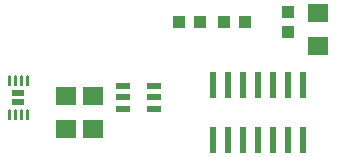
<source format=gbr>
G04 EAGLE Gerber RS-274X export*
G75*
%MOMM*%
%FSLAX34Y34*%
%LPD*%
%INSolderpaste Top*%
%IPPOS*%
%AMOC8*
5,1,8,0,0,1.08239X$1,22.5*%
G01*
%ADD10R,1.800000X1.600000*%
%ADD11R,1.000000X1.100000*%
%ADD12R,1.100000X1.000000*%
%ADD13R,1.270000X0.558800*%
%ADD14R,0.558800X2.184400*%
%ADD15R,0.980000X0.590000*%
%ADD16C,0.135000*%


D10*
X127000Y90200D03*
X127000Y62200D03*
X104140Y90200D03*
X104140Y62200D03*
X317500Y160050D03*
X317500Y132050D03*
D11*
X199780Y152400D03*
X216780Y152400D03*
X254880Y152400D03*
X237880Y152400D03*
D12*
X292100Y160900D03*
X292100Y143900D03*
D13*
X178054Y79502D03*
X178054Y88900D03*
X178054Y98298D03*
X152146Y98298D03*
X152146Y88900D03*
X152146Y79502D03*
D14*
X304800Y99822D03*
X292100Y99822D03*
X279400Y99822D03*
X266700Y99822D03*
X254000Y99822D03*
X241300Y99822D03*
X228600Y99822D03*
X228600Y52578D03*
X241300Y52578D03*
X254000Y52578D03*
X266700Y52578D03*
X279400Y52578D03*
X292100Y52578D03*
X304800Y52578D03*
D15*
X63500Y92600D03*
X63500Y85200D03*
D16*
X70325Y99725D02*
X70325Y106775D01*
X71675Y106775D01*
X71675Y99725D01*
X70325Y99725D01*
X70325Y101007D02*
X71675Y101007D01*
X71675Y102289D02*
X70325Y102289D01*
X70325Y103571D02*
X71675Y103571D01*
X71675Y104853D02*
X70325Y104853D01*
X70325Y106135D02*
X71675Y106135D01*
X65325Y106775D02*
X65325Y99725D01*
X65325Y106775D02*
X66675Y106775D01*
X66675Y99725D01*
X65325Y99725D01*
X65325Y101007D02*
X66675Y101007D01*
X66675Y102289D02*
X65325Y102289D01*
X65325Y103571D02*
X66675Y103571D01*
X66675Y104853D02*
X65325Y104853D01*
X65325Y106135D02*
X66675Y106135D01*
X60325Y106775D02*
X60325Y99725D01*
X60325Y106775D02*
X61675Y106775D01*
X61675Y99725D01*
X60325Y99725D01*
X60325Y101007D02*
X61675Y101007D01*
X61675Y102289D02*
X60325Y102289D01*
X60325Y103571D02*
X61675Y103571D01*
X61675Y104853D02*
X60325Y104853D01*
X60325Y106135D02*
X61675Y106135D01*
X55325Y106775D02*
X55325Y99725D01*
X55325Y106775D02*
X56675Y106775D01*
X56675Y99725D01*
X55325Y99725D01*
X55325Y101007D02*
X56675Y101007D01*
X56675Y102289D02*
X55325Y102289D01*
X55325Y103571D02*
X56675Y103571D01*
X56675Y104853D02*
X55325Y104853D01*
X55325Y106135D02*
X56675Y106135D01*
X55325Y78075D02*
X55325Y71025D01*
X55325Y78075D02*
X56675Y78075D01*
X56675Y71025D01*
X55325Y71025D01*
X55325Y72307D02*
X56675Y72307D01*
X56675Y73589D02*
X55325Y73589D01*
X55325Y74871D02*
X56675Y74871D01*
X56675Y76153D02*
X55325Y76153D01*
X55325Y77435D02*
X56675Y77435D01*
X60325Y78075D02*
X60325Y71025D01*
X60325Y78075D02*
X61675Y78075D01*
X61675Y71025D01*
X60325Y71025D01*
X60325Y72307D02*
X61675Y72307D01*
X61675Y73589D02*
X60325Y73589D01*
X60325Y74871D02*
X61675Y74871D01*
X61675Y76153D02*
X60325Y76153D01*
X60325Y77435D02*
X61675Y77435D01*
X65325Y78075D02*
X65325Y71025D01*
X65325Y78075D02*
X66675Y78075D01*
X66675Y71025D01*
X65325Y71025D01*
X65325Y72307D02*
X66675Y72307D01*
X66675Y73589D02*
X65325Y73589D01*
X65325Y74871D02*
X66675Y74871D01*
X66675Y76153D02*
X65325Y76153D01*
X65325Y77435D02*
X66675Y77435D01*
X70325Y78075D02*
X70325Y71025D01*
X70325Y78075D02*
X71675Y78075D01*
X71675Y71025D01*
X70325Y71025D01*
X70325Y72307D02*
X71675Y72307D01*
X71675Y73589D02*
X70325Y73589D01*
X70325Y74871D02*
X71675Y74871D01*
X71675Y76153D02*
X70325Y76153D01*
X70325Y77435D02*
X71675Y77435D01*
M02*

</source>
